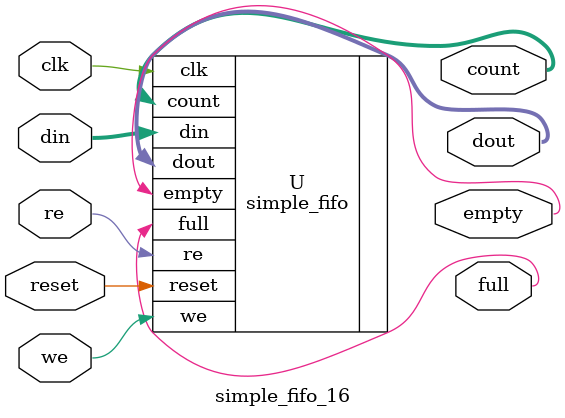
<source format=v>
`default_nettype none

module simple_fifo_16 #(parameter WIDTH = 16, parameter DEPTH = 8)
   (
    input wire 		   clk,
    input wire 		   reset,
   
    input wire 		   we,
    input wire [WIDTH-1:0] din,
    input wire 		   re,
    //output reg [WIDTH-1:0] dout,
    output wire [WIDTH-1:0] dout,
    output wire		   empty,
    output wire		   full,
    output wire [WIDTH-1:0] count
    );
   
    simple_fifo#(.WIDTH(WIDTH), .DEPTH(DEPTH)) U(
	.clk(clk),
	.reset(reset),
	.we(we),
	.din(din),
	.re(re),
	.dout(dout),
	.empty(empty),
	.full(full),
	.count(count)
    );
	
endmodule
`default_nettype wire

</source>
